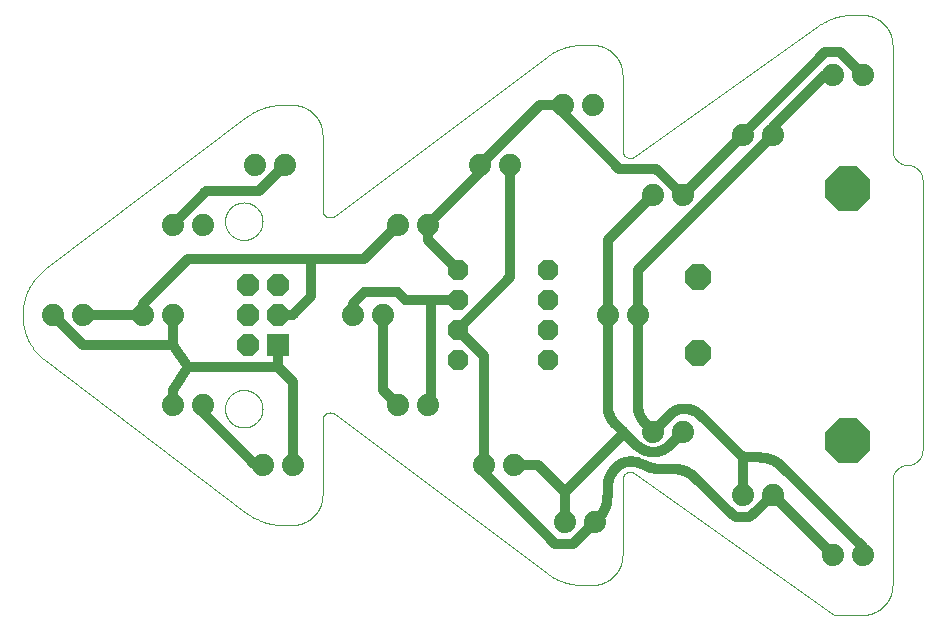
<source format=gtl>
G75*
%MOIN*%
%OFA0B0*%
%FSLAX25Y25*%
%IPPOS*%
%LPD*%
%AMOC8*
5,1,8,0,0,1.08239X$1,22.5*
%
%ADD10C,0.00000*%
%ADD11OC8,0.06800*%
%ADD12OC8,0.15000*%
%ADD13C,0.07400*%
%ADD14OC8,0.08600*%
%ADD15R,0.07400X0.07400*%
%ADD16OC8,0.07400*%
%ADD17C,0.03200*%
D10*
X0008432Y0085928D02*
X0075645Y0035053D01*
X0087716Y0031000D02*
X0091000Y0031000D01*
X0091242Y0031003D01*
X0091483Y0031012D01*
X0091724Y0031026D01*
X0091965Y0031047D01*
X0092205Y0031073D01*
X0092445Y0031105D01*
X0092684Y0031143D01*
X0092921Y0031186D01*
X0093158Y0031236D01*
X0093393Y0031291D01*
X0093627Y0031351D01*
X0093859Y0031418D01*
X0094090Y0031489D01*
X0094319Y0031567D01*
X0094546Y0031650D01*
X0094771Y0031738D01*
X0094994Y0031832D01*
X0095214Y0031931D01*
X0095432Y0032036D01*
X0095647Y0032145D01*
X0095860Y0032260D01*
X0096070Y0032380D01*
X0096276Y0032505D01*
X0096480Y0032635D01*
X0096681Y0032770D01*
X0096878Y0032910D01*
X0097072Y0033054D01*
X0097262Y0033203D01*
X0097448Y0033357D01*
X0097631Y0033515D01*
X0097810Y0033677D01*
X0097985Y0033844D01*
X0098156Y0034015D01*
X0098323Y0034190D01*
X0098485Y0034369D01*
X0098643Y0034552D01*
X0098797Y0034738D01*
X0098946Y0034928D01*
X0099090Y0035122D01*
X0099230Y0035319D01*
X0099365Y0035520D01*
X0099495Y0035724D01*
X0099620Y0035930D01*
X0099740Y0036140D01*
X0099855Y0036353D01*
X0099964Y0036568D01*
X0100069Y0036786D01*
X0100168Y0037006D01*
X0100262Y0037229D01*
X0100350Y0037454D01*
X0100433Y0037681D01*
X0100511Y0037910D01*
X0100582Y0038141D01*
X0100649Y0038373D01*
X0100709Y0038607D01*
X0100764Y0038842D01*
X0100814Y0039079D01*
X0100857Y0039316D01*
X0100895Y0039555D01*
X0100927Y0039795D01*
X0100953Y0040035D01*
X0100974Y0040276D01*
X0100988Y0040517D01*
X0100997Y0040758D01*
X0101000Y0041000D01*
X0101000Y0066000D01*
X0101002Y0066099D01*
X0101008Y0066197D01*
X0101018Y0066296D01*
X0101031Y0066394D01*
X0101049Y0066491D01*
X0101070Y0066588D01*
X0101095Y0066683D01*
X0101124Y0066778D01*
X0101157Y0066871D01*
X0101193Y0066963D01*
X0101233Y0067053D01*
X0101276Y0067142D01*
X0101323Y0067229D01*
X0101373Y0067314D01*
X0101427Y0067397D01*
X0101484Y0067478D01*
X0101544Y0067557D01*
X0101607Y0067633D01*
X0101673Y0067706D01*
X0101742Y0067777D01*
X0101813Y0067845D01*
X0101888Y0067911D01*
X0101965Y0067973D01*
X0102044Y0068032D01*
X0102125Y0068088D01*
X0102209Y0068141D01*
X0102294Y0068190D01*
X0102382Y0068236D01*
X0102471Y0068279D01*
X0102562Y0068317D01*
X0102654Y0068353D01*
X0102748Y0068384D01*
X0102843Y0068412D01*
X0102939Y0068436D01*
X0103036Y0068456D01*
X0103133Y0068473D01*
X0103231Y0068485D01*
X0103330Y0068494D01*
X0103428Y0068499D01*
X0103527Y0068500D01*
X0103626Y0068497D01*
X0103725Y0068490D01*
X0103823Y0068479D01*
X0103921Y0068464D01*
X0104018Y0068446D01*
X0104114Y0068423D01*
X0104209Y0068397D01*
X0104303Y0068367D01*
X0104396Y0068334D01*
X0104488Y0068297D01*
X0104578Y0068256D01*
X0104666Y0068211D01*
X0104753Y0068163D01*
X0104837Y0068112D01*
X0104920Y0068058D01*
X0105000Y0068000D01*
X0175667Y0015000D01*
X0187667Y0011000D02*
X0191000Y0011000D01*
X0191242Y0011003D01*
X0191483Y0011012D01*
X0191724Y0011026D01*
X0191965Y0011047D01*
X0192205Y0011073D01*
X0192445Y0011105D01*
X0192684Y0011143D01*
X0192921Y0011186D01*
X0193158Y0011236D01*
X0193393Y0011291D01*
X0193627Y0011351D01*
X0193859Y0011418D01*
X0194090Y0011489D01*
X0194319Y0011567D01*
X0194546Y0011650D01*
X0194771Y0011738D01*
X0194994Y0011832D01*
X0195214Y0011931D01*
X0195432Y0012036D01*
X0195647Y0012145D01*
X0195860Y0012260D01*
X0196070Y0012380D01*
X0196276Y0012505D01*
X0196480Y0012635D01*
X0196681Y0012770D01*
X0196878Y0012910D01*
X0197072Y0013054D01*
X0197262Y0013203D01*
X0197448Y0013357D01*
X0197631Y0013515D01*
X0197810Y0013677D01*
X0197985Y0013844D01*
X0198156Y0014015D01*
X0198323Y0014190D01*
X0198485Y0014369D01*
X0198643Y0014552D01*
X0198797Y0014738D01*
X0198946Y0014928D01*
X0199090Y0015122D01*
X0199230Y0015319D01*
X0199365Y0015520D01*
X0199495Y0015724D01*
X0199620Y0015930D01*
X0199740Y0016140D01*
X0199855Y0016353D01*
X0199964Y0016568D01*
X0200069Y0016786D01*
X0200168Y0017006D01*
X0200262Y0017229D01*
X0200350Y0017454D01*
X0200433Y0017681D01*
X0200511Y0017910D01*
X0200582Y0018141D01*
X0200649Y0018373D01*
X0200709Y0018607D01*
X0200764Y0018842D01*
X0200814Y0019079D01*
X0200857Y0019316D01*
X0200895Y0019555D01*
X0200927Y0019795D01*
X0200953Y0020035D01*
X0200974Y0020276D01*
X0200988Y0020517D01*
X0200997Y0020758D01*
X0201000Y0021000D01*
X0201000Y0046164D01*
X0201002Y0046262D01*
X0201008Y0046359D01*
X0201017Y0046456D01*
X0201030Y0046553D01*
X0201048Y0046649D01*
X0201068Y0046745D01*
X0201093Y0046839D01*
X0201121Y0046933D01*
X0201153Y0047025D01*
X0201188Y0047116D01*
X0201227Y0047205D01*
X0201270Y0047293D01*
X0201315Y0047380D01*
X0201365Y0047464D01*
X0201417Y0047546D01*
X0201473Y0047627D01*
X0201531Y0047705D01*
X0201593Y0047780D01*
X0201657Y0047854D01*
X0201725Y0047924D01*
X0201795Y0047992D01*
X0201868Y0048057D01*
X0201943Y0048120D01*
X0202020Y0048179D01*
X0202100Y0048235D01*
X0202182Y0048288D01*
X0202266Y0048338D01*
X0202352Y0048385D01*
X0202440Y0048428D01*
X0202529Y0048468D01*
X0202619Y0048504D01*
X0202711Y0048536D01*
X0202805Y0048565D01*
X0202899Y0048591D01*
X0202994Y0048612D01*
X0203090Y0048630D01*
X0203187Y0048644D01*
X0203284Y0048655D01*
X0203381Y0048661D01*
X0203479Y0048664D01*
X0203577Y0048663D01*
X0203674Y0048658D01*
X0203771Y0048649D01*
X0203868Y0048637D01*
X0203964Y0048620D01*
X0204060Y0048600D01*
X0204155Y0048577D01*
X0204248Y0048549D01*
X0204341Y0048518D01*
X0204432Y0048484D01*
X0204522Y0048445D01*
X0204611Y0048404D01*
X0204697Y0048359D01*
X0204782Y0048310D01*
X0204865Y0048259D01*
X0204946Y0048204D01*
X0271554Y0001000D01*
X0281000Y0001000D01*
X0281242Y0001003D01*
X0281483Y0001012D01*
X0281724Y0001026D01*
X0281965Y0001047D01*
X0282205Y0001073D01*
X0282445Y0001105D01*
X0282684Y0001143D01*
X0282921Y0001186D01*
X0283158Y0001236D01*
X0283393Y0001291D01*
X0283627Y0001351D01*
X0283859Y0001418D01*
X0284090Y0001489D01*
X0284319Y0001567D01*
X0284546Y0001650D01*
X0284771Y0001738D01*
X0284994Y0001832D01*
X0285214Y0001931D01*
X0285432Y0002036D01*
X0285647Y0002145D01*
X0285860Y0002260D01*
X0286070Y0002380D01*
X0286276Y0002505D01*
X0286480Y0002635D01*
X0286681Y0002770D01*
X0286878Y0002910D01*
X0287072Y0003054D01*
X0287262Y0003203D01*
X0287448Y0003357D01*
X0287631Y0003515D01*
X0287810Y0003677D01*
X0287985Y0003844D01*
X0288156Y0004015D01*
X0288323Y0004190D01*
X0288485Y0004369D01*
X0288643Y0004552D01*
X0288797Y0004738D01*
X0288946Y0004928D01*
X0289090Y0005122D01*
X0289230Y0005319D01*
X0289365Y0005520D01*
X0289495Y0005724D01*
X0289620Y0005930D01*
X0289740Y0006140D01*
X0289855Y0006353D01*
X0289964Y0006568D01*
X0290069Y0006786D01*
X0290168Y0007006D01*
X0290262Y0007229D01*
X0290350Y0007454D01*
X0290433Y0007681D01*
X0290511Y0007910D01*
X0290582Y0008141D01*
X0290649Y0008373D01*
X0290709Y0008607D01*
X0290764Y0008842D01*
X0290814Y0009079D01*
X0290857Y0009316D01*
X0290895Y0009555D01*
X0290927Y0009795D01*
X0290953Y0010035D01*
X0290974Y0010276D01*
X0290988Y0010517D01*
X0290997Y0010758D01*
X0291000Y0011000D01*
X0291000Y0046000D01*
X0291002Y0046140D01*
X0291008Y0046280D01*
X0291018Y0046420D01*
X0291031Y0046560D01*
X0291049Y0046699D01*
X0291071Y0046838D01*
X0291096Y0046975D01*
X0291125Y0047113D01*
X0291158Y0047249D01*
X0291195Y0047384D01*
X0291236Y0047518D01*
X0291281Y0047651D01*
X0291329Y0047783D01*
X0291381Y0047913D01*
X0291436Y0048042D01*
X0291495Y0048169D01*
X0291558Y0048295D01*
X0291624Y0048419D01*
X0291693Y0048540D01*
X0291766Y0048660D01*
X0291843Y0048778D01*
X0291922Y0048893D01*
X0292005Y0049007D01*
X0292091Y0049117D01*
X0292180Y0049226D01*
X0292272Y0049332D01*
X0292367Y0049435D01*
X0292464Y0049536D01*
X0292565Y0049633D01*
X0292668Y0049728D01*
X0292774Y0049820D01*
X0292883Y0049909D01*
X0292993Y0049995D01*
X0293107Y0050078D01*
X0293222Y0050157D01*
X0293340Y0050234D01*
X0293460Y0050307D01*
X0293581Y0050376D01*
X0293705Y0050442D01*
X0293831Y0050505D01*
X0293958Y0050564D01*
X0294087Y0050619D01*
X0294217Y0050671D01*
X0294349Y0050719D01*
X0294482Y0050764D01*
X0294616Y0050805D01*
X0294751Y0050842D01*
X0294887Y0050875D01*
X0295025Y0050904D01*
X0295162Y0050929D01*
X0295301Y0050951D01*
X0295440Y0050969D01*
X0295580Y0050982D01*
X0295720Y0050992D01*
X0295860Y0050998D01*
X0296000Y0051000D01*
X0296140Y0051002D01*
X0296280Y0051008D01*
X0296420Y0051018D01*
X0296560Y0051031D01*
X0296699Y0051049D01*
X0296838Y0051071D01*
X0296975Y0051096D01*
X0297113Y0051125D01*
X0297249Y0051158D01*
X0297384Y0051195D01*
X0297518Y0051236D01*
X0297651Y0051281D01*
X0297783Y0051329D01*
X0297913Y0051381D01*
X0298042Y0051436D01*
X0298169Y0051495D01*
X0298295Y0051558D01*
X0298419Y0051624D01*
X0298540Y0051693D01*
X0298660Y0051766D01*
X0298778Y0051843D01*
X0298893Y0051922D01*
X0299007Y0052005D01*
X0299117Y0052091D01*
X0299226Y0052180D01*
X0299332Y0052272D01*
X0299435Y0052367D01*
X0299536Y0052464D01*
X0299633Y0052565D01*
X0299728Y0052668D01*
X0299820Y0052774D01*
X0299909Y0052883D01*
X0299995Y0052993D01*
X0300078Y0053107D01*
X0300157Y0053222D01*
X0300234Y0053340D01*
X0300307Y0053460D01*
X0300376Y0053581D01*
X0300442Y0053705D01*
X0300505Y0053831D01*
X0300564Y0053958D01*
X0300619Y0054087D01*
X0300671Y0054217D01*
X0300719Y0054349D01*
X0300764Y0054482D01*
X0300805Y0054616D01*
X0300842Y0054751D01*
X0300875Y0054887D01*
X0300904Y0055025D01*
X0300929Y0055162D01*
X0300951Y0055301D01*
X0300969Y0055440D01*
X0300982Y0055580D01*
X0300992Y0055720D01*
X0300998Y0055860D01*
X0301000Y0056000D01*
X0301000Y0146000D01*
X0300998Y0146140D01*
X0300992Y0146280D01*
X0300982Y0146420D01*
X0300969Y0146560D01*
X0300951Y0146699D01*
X0300929Y0146838D01*
X0300904Y0146975D01*
X0300875Y0147113D01*
X0300842Y0147249D01*
X0300805Y0147384D01*
X0300764Y0147518D01*
X0300719Y0147651D01*
X0300671Y0147783D01*
X0300619Y0147913D01*
X0300564Y0148042D01*
X0300505Y0148169D01*
X0300442Y0148295D01*
X0300376Y0148419D01*
X0300307Y0148540D01*
X0300234Y0148660D01*
X0300157Y0148778D01*
X0300078Y0148893D01*
X0299995Y0149007D01*
X0299909Y0149117D01*
X0299820Y0149226D01*
X0299728Y0149332D01*
X0299633Y0149435D01*
X0299536Y0149536D01*
X0299435Y0149633D01*
X0299332Y0149728D01*
X0299226Y0149820D01*
X0299117Y0149909D01*
X0299007Y0149995D01*
X0298893Y0150078D01*
X0298778Y0150157D01*
X0298660Y0150234D01*
X0298540Y0150307D01*
X0298419Y0150376D01*
X0298295Y0150442D01*
X0298169Y0150505D01*
X0298042Y0150564D01*
X0297913Y0150619D01*
X0297783Y0150671D01*
X0297651Y0150719D01*
X0297518Y0150764D01*
X0297384Y0150805D01*
X0297249Y0150842D01*
X0297113Y0150875D01*
X0296975Y0150904D01*
X0296838Y0150929D01*
X0296699Y0150951D01*
X0296560Y0150969D01*
X0296420Y0150982D01*
X0296280Y0150992D01*
X0296140Y0150998D01*
X0296000Y0151000D01*
X0295860Y0151002D01*
X0295720Y0151008D01*
X0295580Y0151018D01*
X0295440Y0151031D01*
X0295301Y0151049D01*
X0295162Y0151071D01*
X0295025Y0151096D01*
X0294887Y0151125D01*
X0294751Y0151158D01*
X0294616Y0151195D01*
X0294482Y0151236D01*
X0294349Y0151281D01*
X0294217Y0151329D01*
X0294087Y0151381D01*
X0293958Y0151436D01*
X0293831Y0151495D01*
X0293705Y0151558D01*
X0293581Y0151624D01*
X0293460Y0151693D01*
X0293340Y0151766D01*
X0293222Y0151843D01*
X0293107Y0151922D01*
X0292993Y0152005D01*
X0292883Y0152091D01*
X0292774Y0152180D01*
X0292668Y0152272D01*
X0292565Y0152367D01*
X0292464Y0152464D01*
X0292367Y0152565D01*
X0292272Y0152668D01*
X0292180Y0152774D01*
X0292091Y0152883D01*
X0292005Y0152993D01*
X0291922Y0153107D01*
X0291843Y0153222D01*
X0291766Y0153340D01*
X0291693Y0153460D01*
X0291624Y0153581D01*
X0291558Y0153705D01*
X0291495Y0153831D01*
X0291436Y0153958D01*
X0291381Y0154087D01*
X0291329Y0154217D01*
X0291281Y0154349D01*
X0291236Y0154482D01*
X0291195Y0154616D01*
X0291158Y0154751D01*
X0291125Y0154887D01*
X0291096Y0155025D01*
X0291071Y0155162D01*
X0291049Y0155301D01*
X0291031Y0155440D01*
X0291018Y0155580D01*
X0291008Y0155720D01*
X0291002Y0155860D01*
X0291000Y0156000D01*
X0291000Y0191000D01*
X0290997Y0191242D01*
X0290988Y0191483D01*
X0290974Y0191724D01*
X0290953Y0191965D01*
X0290927Y0192205D01*
X0290895Y0192445D01*
X0290857Y0192684D01*
X0290814Y0192921D01*
X0290764Y0193158D01*
X0290709Y0193393D01*
X0290649Y0193627D01*
X0290582Y0193859D01*
X0290511Y0194090D01*
X0290433Y0194319D01*
X0290350Y0194546D01*
X0290262Y0194771D01*
X0290168Y0194994D01*
X0290069Y0195214D01*
X0289964Y0195432D01*
X0289855Y0195647D01*
X0289740Y0195860D01*
X0289620Y0196070D01*
X0289495Y0196276D01*
X0289365Y0196480D01*
X0289230Y0196681D01*
X0289090Y0196878D01*
X0288946Y0197072D01*
X0288797Y0197262D01*
X0288643Y0197448D01*
X0288485Y0197631D01*
X0288323Y0197810D01*
X0288156Y0197985D01*
X0287985Y0198156D01*
X0287810Y0198323D01*
X0287631Y0198485D01*
X0287448Y0198643D01*
X0287262Y0198797D01*
X0287072Y0198946D01*
X0286878Y0199090D01*
X0286681Y0199230D01*
X0286480Y0199365D01*
X0286276Y0199495D01*
X0286070Y0199620D01*
X0285860Y0199740D01*
X0285647Y0199855D01*
X0285432Y0199964D01*
X0285214Y0200069D01*
X0284994Y0200168D01*
X0284771Y0200262D01*
X0284546Y0200350D01*
X0284319Y0200433D01*
X0284090Y0200511D01*
X0283859Y0200582D01*
X0283627Y0200649D01*
X0283393Y0200709D01*
X0283158Y0200764D01*
X0282921Y0200814D01*
X0282684Y0200857D01*
X0282445Y0200895D01*
X0282205Y0200927D01*
X0281965Y0200953D01*
X0281724Y0200974D01*
X0281483Y0200988D01*
X0281242Y0200997D01*
X0281000Y0201000D01*
X0277598Y0201000D01*
X0266189Y0197357D02*
X0204949Y0153808D01*
X0204868Y0153753D01*
X0204785Y0153701D01*
X0204700Y0153652D01*
X0204614Y0153607D01*
X0204526Y0153565D01*
X0204436Y0153527D01*
X0204344Y0153492D01*
X0204252Y0153461D01*
X0204158Y0153433D01*
X0204063Y0153409D01*
X0203968Y0153389D01*
X0203871Y0153373D01*
X0203774Y0153360D01*
X0203677Y0153351D01*
X0203580Y0153346D01*
X0203482Y0153345D01*
X0203384Y0153348D01*
X0203287Y0153354D01*
X0203189Y0153364D01*
X0203093Y0153378D01*
X0202997Y0153396D01*
X0202901Y0153418D01*
X0202807Y0153443D01*
X0202714Y0153472D01*
X0202622Y0153504D01*
X0202531Y0153541D01*
X0202441Y0153580D01*
X0202354Y0153623D01*
X0202268Y0153670D01*
X0202184Y0153720D01*
X0202102Y0153773D01*
X0202022Y0153829D01*
X0201944Y0153888D01*
X0201869Y0153950D01*
X0201796Y0154016D01*
X0201726Y0154084D01*
X0201658Y0154154D01*
X0201594Y0154228D01*
X0201532Y0154303D01*
X0201473Y0154381D01*
X0201418Y0154462D01*
X0201365Y0154544D01*
X0201316Y0154629D01*
X0201270Y0154715D01*
X0201228Y0154803D01*
X0201189Y0154892D01*
X0201153Y0154984D01*
X0201121Y0155076D01*
X0201093Y0155169D01*
X0201068Y0155264D01*
X0201048Y0155359D01*
X0201030Y0155456D01*
X0201017Y0155552D01*
X0201008Y0155650D01*
X0201002Y0155747D01*
X0201000Y0155845D01*
X0201000Y0181000D01*
X0200997Y0181242D01*
X0200988Y0181483D01*
X0200974Y0181724D01*
X0200953Y0181965D01*
X0200927Y0182205D01*
X0200895Y0182445D01*
X0200857Y0182684D01*
X0200814Y0182921D01*
X0200764Y0183158D01*
X0200709Y0183393D01*
X0200649Y0183627D01*
X0200582Y0183859D01*
X0200511Y0184090D01*
X0200433Y0184319D01*
X0200350Y0184546D01*
X0200262Y0184771D01*
X0200168Y0184994D01*
X0200069Y0185214D01*
X0199964Y0185432D01*
X0199855Y0185647D01*
X0199740Y0185860D01*
X0199620Y0186070D01*
X0199495Y0186276D01*
X0199365Y0186480D01*
X0199230Y0186681D01*
X0199090Y0186878D01*
X0198946Y0187072D01*
X0198797Y0187262D01*
X0198643Y0187448D01*
X0198485Y0187631D01*
X0198323Y0187810D01*
X0198156Y0187985D01*
X0197985Y0188156D01*
X0197810Y0188323D01*
X0197631Y0188485D01*
X0197448Y0188643D01*
X0197262Y0188797D01*
X0197072Y0188946D01*
X0196878Y0189090D01*
X0196681Y0189230D01*
X0196480Y0189365D01*
X0196276Y0189495D01*
X0196070Y0189620D01*
X0195860Y0189740D01*
X0195647Y0189855D01*
X0195432Y0189964D01*
X0195214Y0190069D01*
X0194994Y0190168D01*
X0194771Y0190262D01*
X0194546Y0190350D01*
X0194319Y0190433D01*
X0194090Y0190511D01*
X0193859Y0190582D01*
X0193627Y0190649D01*
X0193393Y0190709D01*
X0193158Y0190764D01*
X0192921Y0190814D01*
X0192684Y0190857D01*
X0192445Y0190895D01*
X0192205Y0190927D01*
X0191965Y0190953D01*
X0191724Y0190974D01*
X0191483Y0190988D01*
X0191242Y0190997D01*
X0191000Y0191000D01*
X0187667Y0191000D01*
X0175667Y0187000D02*
X0105000Y0134000D01*
X0104920Y0133942D01*
X0104837Y0133888D01*
X0104753Y0133837D01*
X0104666Y0133789D01*
X0104578Y0133744D01*
X0104488Y0133703D01*
X0104396Y0133666D01*
X0104303Y0133633D01*
X0104209Y0133603D01*
X0104114Y0133577D01*
X0104018Y0133554D01*
X0103921Y0133536D01*
X0103823Y0133521D01*
X0103725Y0133510D01*
X0103626Y0133503D01*
X0103527Y0133500D01*
X0103428Y0133501D01*
X0103330Y0133506D01*
X0103231Y0133515D01*
X0103133Y0133527D01*
X0103036Y0133544D01*
X0102939Y0133564D01*
X0102843Y0133588D01*
X0102748Y0133616D01*
X0102654Y0133647D01*
X0102562Y0133683D01*
X0102471Y0133721D01*
X0102382Y0133764D01*
X0102294Y0133810D01*
X0102209Y0133859D01*
X0102125Y0133912D01*
X0102044Y0133968D01*
X0101965Y0134027D01*
X0101888Y0134089D01*
X0101813Y0134155D01*
X0101742Y0134223D01*
X0101673Y0134294D01*
X0101607Y0134367D01*
X0101544Y0134443D01*
X0101484Y0134522D01*
X0101427Y0134603D01*
X0101373Y0134686D01*
X0101323Y0134771D01*
X0101276Y0134858D01*
X0101233Y0134947D01*
X0101193Y0135037D01*
X0101157Y0135129D01*
X0101124Y0135222D01*
X0101095Y0135317D01*
X0101070Y0135412D01*
X0101049Y0135509D01*
X0101031Y0135606D01*
X0101018Y0135704D01*
X0101008Y0135803D01*
X0101002Y0135901D01*
X0101000Y0136000D01*
X0101000Y0161000D01*
X0100997Y0161242D01*
X0100988Y0161483D01*
X0100974Y0161724D01*
X0100953Y0161965D01*
X0100927Y0162205D01*
X0100895Y0162445D01*
X0100857Y0162684D01*
X0100814Y0162921D01*
X0100764Y0163158D01*
X0100709Y0163393D01*
X0100649Y0163627D01*
X0100582Y0163859D01*
X0100511Y0164090D01*
X0100433Y0164319D01*
X0100350Y0164546D01*
X0100262Y0164771D01*
X0100168Y0164994D01*
X0100069Y0165214D01*
X0099964Y0165432D01*
X0099855Y0165647D01*
X0099740Y0165860D01*
X0099620Y0166070D01*
X0099495Y0166276D01*
X0099365Y0166480D01*
X0099230Y0166681D01*
X0099090Y0166878D01*
X0098946Y0167072D01*
X0098797Y0167262D01*
X0098643Y0167448D01*
X0098485Y0167631D01*
X0098323Y0167810D01*
X0098156Y0167985D01*
X0097985Y0168156D01*
X0097810Y0168323D01*
X0097631Y0168485D01*
X0097448Y0168643D01*
X0097262Y0168797D01*
X0097072Y0168946D01*
X0096878Y0169090D01*
X0096681Y0169230D01*
X0096480Y0169365D01*
X0096276Y0169495D01*
X0096070Y0169620D01*
X0095860Y0169740D01*
X0095647Y0169855D01*
X0095432Y0169964D01*
X0095214Y0170069D01*
X0094994Y0170168D01*
X0094771Y0170262D01*
X0094546Y0170350D01*
X0094319Y0170433D01*
X0094090Y0170511D01*
X0093859Y0170582D01*
X0093627Y0170649D01*
X0093393Y0170709D01*
X0093158Y0170764D01*
X0092921Y0170814D01*
X0092684Y0170857D01*
X0092445Y0170895D01*
X0092205Y0170927D01*
X0091965Y0170953D01*
X0091724Y0170974D01*
X0091483Y0170988D01*
X0091242Y0170997D01*
X0091000Y0171000D01*
X0087694Y0171000D01*
X0075655Y0166970D02*
X0008836Y0116596D01*
X0001000Y0100875D02*
X0001006Y0100420D01*
X0001022Y0099965D01*
X0001050Y0099510D01*
X0001088Y0099057D01*
X0001138Y0098604D01*
X0001199Y0098153D01*
X0001270Y0097704D01*
X0001353Y0097256D01*
X0001446Y0096810D01*
X0001550Y0096367D01*
X0001665Y0095927D01*
X0001790Y0095489D01*
X0001927Y0095055D01*
X0002073Y0094624D01*
X0002230Y0094196D01*
X0002397Y0093773D01*
X0002575Y0093354D01*
X0002763Y0092939D01*
X0002960Y0092529D01*
X0003168Y0092124D01*
X0003386Y0091724D01*
X0003613Y0091329D01*
X0003849Y0090940D01*
X0004095Y0090557D01*
X0004350Y0090180D01*
X0004614Y0089810D01*
X0004888Y0089445D01*
X0005170Y0089088D01*
X0005460Y0088738D01*
X0005759Y0088394D01*
X0006066Y0088058D01*
X0006382Y0087730D01*
X0006705Y0087409D01*
X0007036Y0087097D01*
X0007374Y0086792D01*
X0007720Y0086496D01*
X0008072Y0086208D01*
X0008432Y0085929D01*
X0001000Y0100875D02*
X0001006Y0101354D01*
X0001023Y0101833D01*
X0001052Y0102311D01*
X0001093Y0102789D01*
X0001146Y0103265D01*
X0001210Y0103740D01*
X0001285Y0104213D01*
X0001372Y0104684D01*
X0001470Y0105153D01*
X0001580Y0105619D01*
X0001701Y0106083D01*
X0001834Y0106543D01*
X0001977Y0107001D01*
X0002132Y0107454D01*
X0002297Y0107904D01*
X0002474Y0108349D01*
X0002661Y0108790D01*
X0002859Y0109226D01*
X0003068Y0109658D01*
X0003287Y0110084D01*
X0003516Y0110505D01*
X0003755Y0110920D01*
X0004005Y0111329D01*
X0004264Y0111732D01*
X0004533Y0112128D01*
X0004812Y0112518D01*
X0005100Y0112901D01*
X0005397Y0113277D01*
X0005703Y0113645D01*
X0006018Y0114006D01*
X0006342Y0114359D01*
X0006675Y0114704D01*
X0007015Y0115041D01*
X0007364Y0115370D01*
X0007721Y0115689D01*
X0008085Y0116001D01*
X0008457Y0116303D01*
X0008836Y0116596D01*
X0068500Y0132250D02*
X0068502Y0132408D01*
X0068508Y0132565D01*
X0068518Y0132723D01*
X0068532Y0132880D01*
X0068550Y0133036D01*
X0068571Y0133193D01*
X0068597Y0133348D01*
X0068627Y0133503D01*
X0068660Y0133657D01*
X0068698Y0133810D01*
X0068739Y0133963D01*
X0068784Y0134114D01*
X0068833Y0134264D01*
X0068886Y0134412D01*
X0068942Y0134560D01*
X0069003Y0134705D01*
X0069066Y0134850D01*
X0069134Y0134992D01*
X0069205Y0135133D01*
X0069279Y0135272D01*
X0069357Y0135409D01*
X0069439Y0135544D01*
X0069523Y0135677D01*
X0069612Y0135808D01*
X0069703Y0135936D01*
X0069798Y0136063D01*
X0069895Y0136186D01*
X0069996Y0136308D01*
X0070100Y0136426D01*
X0070207Y0136542D01*
X0070317Y0136655D01*
X0070429Y0136766D01*
X0070545Y0136873D01*
X0070663Y0136978D01*
X0070783Y0137080D01*
X0070906Y0137178D01*
X0071032Y0137274D01*
X0071160Y0137366D01*
X0071290Y0137455D01*
X0071422Y0137541D01*
X0071557Y0137623D01*
X0071694Y0137702D01*
X0071832Y0137777D01*
X0071972Y0137849D01*
X0072115Y0137917D01*
X0072258Y0137982D01*
X0072404Y0138043D01*
X0072551Y0138100D01*
X0072699Y0138154D01*
X0072849Y0138204D01*
X0072999Y0138250D01*
X0073151Y0138292D01*
X0073304Y0138331D01*
X0073458Y0138365D01*
X0073613Y0138396D01*
X0073768Y0138422D01*
X0073924Y0138445D01*
X0074081Y0138464D01*
X0074238Y0138479D01*
X0074395Y0138490D01*
X0074553Y0138497D01*
X0074711Y0138500D01*
X0074868Y0138499D01*
X0075026Y0138494D01*
X0075183Y0138485D01*
X0075341Y0138472D01*
X0075497Y0138455D01*
X0075654Y0138434D01*
X0075809Y0138410D01*
X0075964Y0138381D01*
X0076119Y0138348D01*
X0076272Y0138312D01*
X0076425Y0138271D01*
X0076576Y0138227D01*
X0076726Y0138179D01*
X0076875Y0138128D01*
X0077023Y0138072D01*
X0077169Y0138013D01*
X0077314Y0137950D01*
X0077457Y0137883D01*
X0077598Y0137813D01*
X0077737Y0137740D01*
X0077875Y0137663D01*
X0078011Y0137582D01*
X0078144Y0137498D01*
X0078275Y0137411D01*
X0078404Y0137320D01*
X0078531Y0137226D01*
X0078656Y0137129D01*
X0078777Y0137029D01*
X0078897Y0136926D01*
X0079013Y0136820D01*
X0079127Y0136711D01*
X0079239Y0136599D01*
X0079347Y0136485D01*
X0079452Y0136367D01*
X0079555Y0136247D01*
X0079654Y0136125D01*
X0079750Y0136000D01*
X0079843Y0135872D01*
X0079933Y0135743D01*
X0080019Y0135611D01*
X0080103Y0135477D01*
X0080182Y0135341D01*
X0080259Y0135203D01*
X0080331Y0135063D01*
X0080400Y0134921D01*
X0080466Y0134778D01*
X0080528Y0134633D01*
X0080586Y0134486D01*
X0080641Y0134338D01*
X0080692Y0134189D01*
X0080739Y0134038D01*
X0080782Y0133887D01*
X0080821Y0133734D01*
X0080857Y0133580D01*
X0080888Y0133426D01*
X0080916Y0133271D01*
X0080940Y0133115D01*
X0080960Y0132958D01*
X0080976Y0132801D01*
X0080988Y0132644D01*
X0080996Y0132487D01*
X0081000Y0132329D01*
X0081000Y0132171D01*
X0080996Y0132013D01*
X0080988Y0131856D01*
X0080976Y0131699D01*
X0080960Y0131542D01*
X0080940Y0131385D01*
X0080916Y0131229D01*
X0080888Y0131074D01*
X0080857Y0130920D01*
X0080821Y0130766D01*
X0080782Y0130613D01*
X0080739Y0130462D01*
X0080692Y0130311D01*
X0080641Y0130162D01*
X0080586Y0130014D01*
X0080528Y0129867D01*
X0080466Y0129722D01*
X0080400Y0129579D01*
X0080331Y0129437D01*
X0080259Y0129297D01*
X0080182Y0129159D01*
X0080103Y0129023D01*
X0080019Y0128889D01*
X0079933Y0128757D01*
X0079843Y0128628D01*
X0079750Y0128500D01*
X0079654Y0128375D01*
X0079555Y0128253D01*
X0079452Y0128133D01*
X0079347Y0128015D01*
X0079239Y0127901D01*
X0079127Y0127789D01*
X0079013Y0127680D01*
X0078897Y0127574D01*
X0078777Y0127471D01*
X0078656Y0127371D01*
X0078531Y0127274D01*
X0078404Y0127180D01*
X0078275Y0127089D01*
X0078144Y0127002D01*
X0078011Y0126918D01*
X0077875Y0126837D01*
X0077737Y0126760D01*
X0077598Y0126687D01*
X0077457Y0126617D01*
X0077314Y0126550D01*
X0077169Y0126487D01*
X0077023Y0126428D01*
X0076875Y0126372D01*
X0076726Y0126321D01*
X0076576Y0126273D01*
X0076425Y0126229D01*
X0076272Y0126188D01*
X0076119Y0126152D01*
X0075964Y0126119D01*
X0075809Y0126090D01*
X0075654Y0126066D01*
X0075497Y0126045D01*
X0075341Y0126028D01*
X0075183Y0126015D01*
X0075026Y0126006D01*
X0074868Y0126001D01*
X0074711Y0126000D01*
X0074553Y0126003D01*
X0074395Y0126010D01*
X0074238Y0126021D01*
X0074081Y0126036D01*
X0073924Y0126055D01*
X0073768Y0126078D01*
X0073613Y0126104D01*
X0073458Y0126135D01*
X0073304Y0126169D01*
X0073151Y0126208D01*
X0072999Y0126250D01*
X0072849Y0126296D01*
X0072699Y0126346D01*
X0072551Y0126400D01*
X0072404Y0126457D01*
X0072258Y0126518D01*
X0072115Y0126583D01*
X0071972Y0126651D01*
X0071832Y0126723D01*
X0071694Y0126798D01*
X0071557Y0126877D01*
X0071422Y0126959D01*
X0071290Y0127045D01*
X0071160Y0127134D01*
X0071032Y0127226D01*
X0070906Y0127322D01*
X0070783Y0127420D01*
X0070663Y0127522D01*
X0070545Y0127627D01*
X0070429Y0127734D01*
X0070317Y0127845D01*
X0070207Y0127958D01*
X0070100Y0128074D01*
X0069996Y0128192D01*
X0069895Y0128314D01*
X0069798Y0128437D01*
X0069703Y0128564D01*
X0069612Y0128692D01*
X0069523Y0128823D01*
X0069439Y0128956D01*
X0069357Y0129091D01*
X0069279Y0129228D01*
X0069205Y0129367D01*
X0069134Y0129508D01*
X0069066Y0129650D01*
X0069003Y0129795D01*
X0068942Y0129940D01*
X0068886Y0130088D01*
X0068833Y0130236D01*
X0068784Y0130386D01*
X0068739Y0130537D01*
X0068698Y0130690D01*
X0068660Y0130843D01*
X0068627Y0130997D01*
X0068597Y0131152D01*
X0068571Y0131307D01*
X0068550Y0131464D01*
X0068532Y0131620D01*
X0068518Y0131777D01*
X0068508Y0131935D01*
X0068502Y0132092D01*
X0068500Y0132250D01*
X0075654Y0166970D02*
X0076040Y0167254D01*
X0076432Y0167528D01*
X0076830Y0167792D01*
X0077235Y0168047D01*
X0077646Y0168293D01*
X0078063Y0168528D01*
X0078485Y0168754D01*
X0078912Y0168969D01*
X0079345Y0169174D01*
X0079782Y0169368D01*
X0080223Y0169552D01*
X0080669Y0169726D01*
X0081119Y0169888D01*
X0081573Y0170040D01*
X0082030Y0170181D01*
X0082491Y0170311D01*
X0082954Y0170430D01*
X0083421Y0170538D01*
X0083889Y0170635D01*
X0084360Y0170720D01*
X0084833Y0170794D01*
X0085307Y0170857D01*
X0085783Y0170908D01*
X0086260Y0170949D01*
X0086737Y0170977D01*
X0087216Y0170994D01*
X0087694Y0171000D01*
X0175667Y0187000D02*
X0176052Y0187281D01*
X0176443Y0187554D01*
X0176841Y0187816D01*
X0177245Y0188070D01*
X0177654Y0188313D01*
X0178070Y0188547D01*
X0178491Y0188771D01*
X0178917Y0188984D01*
X0179348Y0189188D01*
X0179784Y0189381D01*
X0180224Y0189563D01*
X0180668Y0189735D01*
X0181117Y0189897D01*
X0181569Y0190048D01*
X0182025Y0190188D01*
X0182484Y0190317D01*
X0182945Y0190435D01*
X0183410Y0190542D01*
X0183877Y0190638D01*
X0184346Y0190722D01*
X0184817Y0190796D01*
X0185289Y0190858D01*
X0185763Y0190909D01*
X0186238Y0190949D01*
X0186714Y0190977D01*
X0187190Y0190994D01*
X0187667Y0191000D01*
X0266188Y0197357D02*
X0266573Y0197624D01*
X0266964Y0197881D01*
X0267361Y0198129D01*
X0267763Y0198368D01*
X0268172Y0198597D01*
X0268585Y0198816D01*
X0269004Y0199025D01*
X0269427Y0199225D01*
X0269856Y0199414D01*
X0270288Y0199593D01*
X0270725Y0199761D01*
X0271165Y0199919D01*
X0271609Y0200067D01*
X0272057Y0200204D01*
X0272508Y0200331D01*
X0272961Y0200446D01*
X0273417Y0200551D01*
X0273876Y0200645D01*
X0274337Y0200728D01*
X0274799Y0200800D01*
X0275263Y0200861D01*
X0275729Y0200911D01*
X0276195Y0200950D01*
X0276662Y0200978D01*
X0277130Y0200994D01*
X0277598Y0201000D01*
X0068500Y0069750D02*
X0068502Y0069908D01*
X0068508Y0070065D01*
X0068518Y0070223D01*
X0068532Y0070380D01*
X0068550Y0070536D01*
X0068571Y0070693D01*
X0068597Y0070848D01*
X0068627Y0071003D01*
X0068660Y0071157D01*
X0068698Y0071310D01*
X0068739Y0071463D01*
X0068784Y0071614D01*
X0068833Y0071764D01*
X0068886Y0071912D01*
X0068942Y0072060D01*
X0069003Y0072205D01*
X0069066Y0072350D01*
X0069134Y0072492D01*
X0069205Y0072633D01*
X0069279Y0072772D01*
X0069357Y0072909D01*
X0069439Y0073044D01*
X0069523Y0073177D01*
X0069612Y0073308D01*
X0069703Y0073436D01*
X0069798Y0073563D01*
X0069895Y0073686D01*
X0069996Y0073808D01*
X0070100Y0073926D01*
X0070207Y0074042D01*
X0070317Y0074155D01*
X0070429Y0074266D01*
X0070545Y0074373D01*
X0070663Y0074478D01*
X0070783Y0074580D01*
X0070906Y0074678D01*
X0071032Y0074774D01*
X0071160Y0074866D01*
X0071290Y0074955D01*
X0071422Y0075041D01*
X0071557Y0075123D01*
X0071694Y0075202D01*
X0071832Y0075277D01*
X0071972Y0075349D01*
X0072115Y0075417D01*
X0072258Y0075482D01*
X0072404Y0075543D01*
X0072551Y0075600D01*
X0072699Y0075654D01*
X0072849Y0075704D01*
X0072999Y0075750D01*
X0073151Y0075792D01*
X0073304Y0075831D01*
X0073458Y0075865D01*
X0073613Y0075896D01*
X0073768Y0075922D01*
X0073924Y0075945D01*
X0074081Y0075964D01*
X0074238Y0075979D01*
X0074395Y0075990D01*
X0074553Y0075997D01*
X0074711Y0076000D01*
X0074868Y0075999D01*
X0075026Y0075994D01*
X0075183Y0075985D01*
X0075341Y0075972D01*
X0075497Y0075955D01*
X0075654Y0075934D01*
X0075809Y0075910D01*
X0075964Y0075881D01*
X0076119Y0075848D01*
X0076272Y0075812D01*
X0076425Y0075771D01*
X0076576Y0075727D01*
X0076726Y0075679D01*
X0076875Y0075628D01*
X0077023Y0075572D01*
X0077169Y0075513D01*
X0077314Y0075450D01*
X0077457Y0075383D01*
X0077598Y0075313D01*
X0077737Y0075240D01*
X0077875Y0075163D01*
X0078011Y0075082D01*
X0078144Y0074998D01*
X0078275Y0074911D01*
X0078404Y0074820D01*
X0078531Y0074726D01*
X0078656Y0074629D01*
X0078777Y0074529D01*
X0078897Y0074426D01*
X0079013Y0074320D01*
X0079127Y0074211D01*
X0079239Y0074099D01*
X0079347Y0073985D01*
X0079452Y0073867D01*
X0079555Y0073747D01*
X0079654Y0073625D01*
X0079750Y0073500D01*
X0079843Y0073372D01*
X0079933Y0073243D01*
X0080019Y0073111D01*
X0080103Y0072977D01*
X0080182Y0072841D01*
X0080259Y0072703D01*
X0080331Y0072563D01*
X0080400Y0072421D01*
X0080466Y0072278D01*
X0080528Y0072133D01*
X0080586Y0071986D01*
X0080641Y0071838D01*
X0080692Y0071689D01*
X0080739Y0071538D01*
X0080782Y0071387D01*
X0080821Y0071234D01*
X0080857Y0071080D01*
X0080888Y0070926D01*
X0080916Y0070771D01*
X0080940Y0070615D01*
X0080960Y0070458D01*
X0080976Y0070301D01*
X0080988Y0070144D01*
X0080996Y0069987D01*
X0081000Y0069829D01*
X0081000Y0069671D01*
X0080996Y0069513D01*
X0080988Y0069356D01*
X0080976Y0069199D01*
X0080960Y0069042D01*
X0080940Y0068885D01*
X0080916Y0068729D01*
X0080888Y0068574D01*
X0080857Y0068420D01*
X0080821Y0068266D01*
X0080782Y0068113D01*
X0080739Y0067962D01*
X0080692Y0067811D01*
X0080641Y0067662D01*
X0080586Y0067514D01*
X0080528Y0067367D01*
X0080466Y0067222D01*
X0080400Y0067079D01*
X0080331Y0066937D01*
X0080259Y0066797D01*
X0080182Y0066659D01*
X0080103Y0066523D01*
X0080019Y0066389D01*
X0079933Y0066257D01*
X0079843Y0066128D01*
X0079750Y0066000D01*
X0079654Y0065875D01*
X0079555Y0065753D01*
X0079452Y0065633D01*
X0079347Y0065515D01*
X0079239Y0065401D01*
X0079127Y0065289D01*
X0079013Y0065180D01*
X0078897Y0065074D01*
X0078777Y0064971D01*
X0078656Y0064871D01*
X0078531Y0064774D01*
X0078404Y0064680D01*
X0078275Y0064589D01*
X0078144Y0064502D01*
X0078011Y0064418D01*
X0077875Y0064337D01*
X0077737Y0064260D01*
X0077598Y0064187D01*
X0077457Y0064117D01*
X0077314Y0064050D01*
X0077169Y0063987D01*
X0077023Y0063928D01*
X0076875Y0063872D01*
X0076726Y0063821D01*
X0076576Y0063773D01*
X0076425Y0063729D01*
X0076272Y0063688D01*
X0076119Y0063652D01*
X0075964Y0063619D01*
X0075809Y0063590D01*
X0075654Y0063566D01*
X0075497Y0063545D01*
X0075341Y0063528D01*
X0075183Y0063515D01*
X0075026Y0063506D01*
X0074868Y0063501D01*
X0074711Y0063500D01*
X0074553Y0063503D01*
X0074395Y0063510D01*
X0074238Y0063521D01*
X0074081Y0063536D01*
X0073924Y0063555D01*
X0073768Y0063578D01*
X0073613Y0063604D01*
X0073458Y0063635D01*
X0073304Y0063669D01*
X0073151Y0063708D01*
X0072999Y0063750D01*
X0072849Y0063796D01*
X0072699Y0063846D01*
X0072551Y0063900D01*
X0072404Y0063957D01*
X0072258Y0064018D01*
X0072115Y0064083D01*
X0071972Y0064151D01*
X0071832Y0064223D01*
X0071694Y0064298D01*
X0071557Y0064377D01*
X0071422Y0064459D01*
X0071290Y0064545D01*
X0071160Y0064634D01*
X0071032Y0064726D01*
X0070906Y0064822D01*
X0070783Y0064920D01*
X0070663Y0065022D01*
X0070545Y0065127D01*
X0070429Y0065234D01*
X0070317Y0065345D01*
X0070207Y0065458D01*
X0070100Y0065574D01*
X0069996Y0065692D01*
X0069895Y0065814D01*
X0069798Y0065937D01*
X0069703Y0066064D01*
X0069612Y0066192D01*
X0069523Y0066323D01*
X0069439Y0066456D01*
X0069357Y0066591D01*
X0069279Y0066728D01*
X0069205Y0066867D01*
X0069134Y0067008D01*
X0069066Y0067150D01*
X0069003Y0067295D01*
X0068942Y0067440D01*
X0068886Y0067588D01*
X0068833Y0067736D01*
X0068784Y0067886D01*
X0068739Y0068037D01*
X0068698Y0068190D01*
X0068660Y0068343D01*
X0068627Y0068497D01*
X0068597Y0068652D01*
X0068571Y0068807D01*
X0068550Y0068964D01*
X0068532Y0069120D01*
X0068518Y0069277D01*
X0068508Y0069435D01*
X0068502Y0069592D01*
X0068500Y0069750D01*
X0075645Y0035053D02*
X0076032Y0034768D01*
X0076424Y0034492D01*
X0076824Y0034226D01*
X0077229Y0033970D01*
X0077641Y0033723D01*
X0078058Y0033486D01*
X0078482Y0033260D01*
X0078910Y0033043D01*
X0079343Y0032837D01*
X0079781Y0032641D01*
X0080224Y0032456D01*
X0080671Y0032282D01*
X0081123Y0032118D01*
X0081578Y0031965D01*
X0082036Y0031824D01*
X0082498Y0031693D01*
X0082963Y0031573D01*
X0083430Y0031465D01*
X0083900Y0031367D01*
X0084372Y0031282D01*
X0084846Y0031207D01*
X0085322Y0031144D01*
X0085799Y0031092D01*
X0086277Y0031052D01*
X0086756Y0031023D01*
X0087236Y0031006D01*
X0087716Y0031000D01*
X0175667Y0015000D02*
X0176052Y0014719D01*
X0176443Y0014446D01*
X0176841Y0014184D01*
X0177245Y0013930D01*
X0177654Y0013687D01*
X0178070Y0013453D01*
X0178491Y0013229D01*
X0178917Y0013016D01*
X0179348Y0012812D01*
X0179784Y0012619D01*
X0180224Y0012437D01*
X0180668Y0012265D01*
X0181117Y0012103D01*
X0181569Y0011952D01*
X0182025Y0011812D01*
X0182484Y0011683D01*
X0182945Y0011565D01*
X0183410Y0011458D01*
X0183877Y0011362D01*
X0184346Y0011278D01*
X0184817Y0011204D01*
X0185289Y0011142D01*
X0185763Y0011091D01*
X0186238Y0011051D01*
X0186714Y0011023D01*
X0187190Y0011006D01*
X0187667Y0011000D01*
D11*
X0176000Y0086000D03*
X0176000Y0096000D03*
X0176000Y0106000D03*
X0176000Y0116000D03*
X0146000Y0116000D03*
X0146000Y0106000D03*
X0146000Y0096000D03*
X0146000Y0086000D03*
D12*
X0276000Y0059000D03*
X0276000Y0143000D03*
D13*
X0251000Y0161000D03*
X0241000Y0161000D03*
X0221000Y0141000D03*
X0211000Y0141000D03*
X0191000Y0171000D03*
X0181000Y0171000D03*
X0163500Y0151000D03*
X0153500Y0151000D03*
X0136000Y0131000D03*
X0126000Y0131000D03*
X0088500Y0151000D03*
X0078500Y0151000D03*
X0061000Y0131000D03*
X0051000Y0131000D03*
X0051000Y0101000D03*
X0041000Y0101000D03*
X0021000Y0101000D03*
X0011000Y0101000D03*
X0051000Y0071000D03*
X0061000Y0071000D03*
X0081000Y0051000D03*
X0091000Y0051000D03*
X0126000Y0071000D03*
X0136000Y0071000D03*
X0154750Y0051000D03*
X0164750Y0051000D03*
X0181915Y0032102D03*
X0191915Y0032102D03*
X0211315Y0062152D03*
X0221315Y0062152D03*
X0241000Y0041000D03*
X0251000Y0041000D03*
X0271000Y0021000D03*
X0281000Y0021000D03*
X0206000Y0101000D03*
X0196000Y0101000D03*
X0121000Y0101000D03*
X0111000Y0101000D03*
X0271000Y0181000D03*
X0281000Y0181000D03*
D14*
X0226000Y0113800D03*
X0226000Y0088200D03*
D15*
X0086000Y0091000D03*
D16*
X0076000Y0091000D03*
X0076000Y0101000D03*
X0086000Y0101000D03*
X0086000Y0111000D03*
X0076000Y0111000D03*
D17*
X0086000Y0101000D02*
X0091000Y0101000D01*
X0097250Y0107250D01*
X0097250Y0119750D01*
X0114750Y0119750D01*
X0126000Y0131000D01*
X0136000Y0131000D02*
X0136000Y0126000D01*
X0146000Y0116000D01*
X0146000Y0106000D02*
X0137250Y0106000D01*
X0137250Y0072250D01*
X0136000Y0071000D01*
X0126000Y0071000D02*
X0121000Y0076000D01*
X0121000Y0101000D01*
X0128500Y0106000D02*
X0126000Y0108500D01*
X0114750Y0108500D01*
X0111000Y0104750D01*
X0111000Y0101000D01*
X0128500Y0106000D02*
X0137250Y0106000D01*
X0146000Y0096000D02*
X0163500Y0113500D01*
X0163500Y0151000D01*
X0153500Y0151000D02*
X0153500Y0148500D01*
X0136000Y0131000D01*
X0153500Y0151000D02*
X0173500Y0171000D01*
X0181000Y0171000D01*
X0181000Y0168500D01*
X0199750Y0149750D01*
X0212250Y0149750D01*
X0221000Y0141000D01*
X0241000Y0161000D01*
X0268500Y0188500D01*
X0273500Y0188500D01*
X0281000Y0181000D01*
X0271000Y0181000D02*
X0268500Y0181000D01*
X0251000Y0163500D01*
X0251000Y0161000D01*
X0206000Y0116000D01*
X0206000Y0101000D01*
X0206000Y0071568D01*
X0196000Y0070911D02*
X0196003Y0070694D01*
X0196011Y0070477D01*
X0196024Y0070261D01*
X0196043Y0070045D01*
X0196066Y0069829D01*
X0196096Y0069614D01*
X0196130Y0069400D01*
X0196170Y0069187D01*
X0196215Y0068974D01*
X0196265Y0068763D01*
X0196320Y0068554D01*
X0196381Y0068345D01*
X0196446Y0068138D01*
X0196517Y0067933D01*
X0196592Y0067730D01*
X0196673Y0067528D01*
X0196758Y0067329D01*
X0196849Y0067132D01*
X0196944Y0066937D01*
X0197044Y0066744D01*
X0197148Y0066554D01*
X0197258Y0066367D01*
X0197371Y0066182D01*
X0197490Y0066000D01*
X0197612Y0065821D01*
X0197739Y0065646D01*
X0197871Y0065473D01*
X0198006Y0065304D01*
X0198146Y0065138D01*
X0198290Y0064975D01*
X0198437Y0064816D01*
X0198589Y0064661D01*
X0201000Y0062250D01*
X0201624Y0061695D01*
X0181915Y0041987D01*
X0172902Y0051000D01*
X0164750Y0051000D01*
X0154750Y0051000D02*
X0154750Y0048500D01*
X0178500Y0024750D01*
X0184563Y0024750D01*
X0191915Y0032102D01*
X0192818Y0033005D01*
X0196000Y0040686D02*
X0196000Y0043199D01*
X0198865Y0050115D02*
X0198988Y0050235D01*
X0199114Y0050352D01*
X0199242Y0050466D01*
X0199374Y0050576D01*
X0199508Y0050684D01*
X0199644Y0050788D01*
X0199783Y0050889D01*
X0199925Y0050986D01*
X0200068Y0051080D01*
X0200215Y0051171D01*
X0200363Y0051258D01*
X0200513Y0051341D01*
X0200665Y0051421D01*
X0200819Y0051496D01*
X0200975Y0051568D01*
X0201133Y0051637D01*
X0201292Y0051701D01*
X0201453Y0051762D01*
X0201615Y0051818D01*
X0201778Y0051871D01*
X0201943Y0051920D01*
X0202109Y0051964D01*
X0202276Y0052005D01*
X0202444Y0052042D01*
X0202612Y0052074D01*
X0202782Y0052103D01*
X0202952Y0052127D01*
X0203122Y0052147D01*
X0203293Y0052163D01*
X0203465Y0052175D01*
X0203636Y0052182D01*
X0203808Y0052186D01*
X0203980Y0052185D01*
X0204151Y0052180D01*
X0204323Y0052171D01*
X0204494Y0052158D01*
X0204665Y0052141D01*
X0204835Y0052119D01*
X0205005Y0052093D01*
X0205174Y0052064D01*
X0205343Y0052030D01*
X0205510Y0051992D01*
X0205677Y0051950D01*
X0205842Y0051904D01*
X0206007Y0051854D01*
X0206170Y0051800D01*
X0206331Y0051742D01*
X0206492Y0051680D01*
X0206650Y0051614D01*
X0209204Y0050520D01*
X0212954Y0049750D02*
X0217590Y0049750D01*
X0225545Y0046455D02*
X0237036Y0034964D01*
X0240571Y0033500D02*
X0241429Y0033500D01*
X0244964Y0034964D02*
X0251000Y0041000D01*
X0271000Y0021000D01*
X0281000Y0021000D02*
X0281000Y0023500D01*
X0253952Y0050548D01*
X0246826Y0053500D02*
X0241000Y0053500D01*
X0241000Y0041000D01*
X0237035Y0034964D02*
X0237136Y0034867D01*
X0237239Y0034772D01*
X0237345Y0034680D01*
X0237454Y0034591D01*
X0237564Y0034505D01*
X0237678Y0034422D01*
X0237793Y0034343D01*
X0237911Y0034266D01*
X0238031Y0034193D01*
X0238152Y0034124D01*
X0238276Y0034058D01*
X0238402Y0033995D01*
X0238529Y0033936D01*
X0238658Y0033881D01*
X0238788Y0033829D01*
X0238920Y0033781D01*
X0239053Y0033736D01*
X0239187Y0033695D01*
X0239322Y0033658D01*
X0239458Y0033625D01*
X0239596Y0033596D01*
X0239733Y0033571D01*
X0239872Y0033549D01*
X0240011Y0033531D01*
X0240151Y0033518D01*
X0240291Y0033508D01*
X0240431Y0033502D01*
X0240571Y0033500D01*
X0241429Y0033500D02*
X0241569Y0033502D01*
X0241709Y0033508D01*
X0241849Y0033518D01*
X0241989Y0033531D01*
X0242128Y0033549D01*
X0242267Y0033571D01*
X0242404Y0033596D01*
X0242542Y0033625D01*
X0242678Y0033658D01*
X0242813Y0033695D01*
X0242947Y0033736D01*
X0243080Y0033781D01*
X0243212Y0033829D01*
X0243342Y0033881D01*
X0243471Y0033936D01*
X0243598Y0033995D01*
X0243724Y0034058D01*
X0243848Y0034124D01*
X0243969Y0034193D01*
X0244089Y0034266D01*
X0244207Y0034343D01*
X0244322Y0034422D01*
X0244436Y0034505D01*
X0244546Y0034591D01*
X0244655Y0034680D01*
X0244761Y0034772D01*
X0244864Y0034867D01*
X0244965Y0034964D01*
X0253952Y0050548D02*
X0253775Y0050721D01*
X0253594Y0050889D01*
X0253409Y0051053D01*
X0253219Y0051212D01*
X0253026Y0051367D01*
X0252829Y0051517D01*
X0252629Y0051662D01*
X0252425Y0051802D01*
X0252218Y0051936D01*
X0252007Y0052066D01*
X0251793Y0052191D01*
X0251577Y0052310D01*
X0251357Y0052424D01*
X0251135Y0052532D01*
X0250910Y0052635D01*
X0250683Y0052733D01*
X0250453Y0052825D01*
X0250221Y0052911D01*
X0249987Y0052991D01*
X0249751Y0053066D01*
X0249514Y0053135D01*
X0249275Y0053198D01*
X0249034Y0053255D01*
X0248792Y0053306D01*
X0248549Y0053352D01*
X0248305Y0053391D01*
X0248060Y0053424D01*
X0247814Y0053451D01*
X0247567Y0053473D01*
X0247321Y0053488D01*
X0247073Y0053497D01*
X0246826Y0053500D01*
X0241000Y0053500D02*
X0226947Y0067553D01*
X0221643Y0069750D02*
X0221331Y0069750D01*
X0217204Y0068040D02*
X0211315Y0062152D01*
X0208900Y0064566D01*
X0205950Y0057482D02*
X0206086Y0057354D01*
X0206226Y0057230D01*
X0206368Y0057108D01*
X0206513Y0056991D01*
X0206661Y0056876D01*
X0206812Y0056766D01*
X0206965Y0056659D01*
X0207121Y0056556D01*
X0207279Y0056456D01*
X0207440Y0056361D01*
X0207603Y0056269D01*
X0207768Y0056182D01*
X0207935Y0056098D01*
X0208104Y0056019D01*
X0208275Y0055943D01*
X0208448Y0055872D01*
X0208622Y0055805D01*
X0208798Y0055742D01*
X0208976Y0055684D01*
X0209155Y0055630D01*
X0209335Y0055580D01*
X0209516Y0055535D01*
X0209699Y0055494D01*
X0209882Y0055457D01*
X0210066Y0055425D01*
X0210251Y0055397D01*
X0210436Y0055374D01*
X0210622Y0055356D01*
X0210809Y0055341D01*
X0210995Y0055332D01*
X0211182Y0055327D01*
X0211369Y0055326D01*
X0211556Y0055330D01*
X0211743Y0055339D01*
X0211929Y0055352D01*
X0212115Y0055370D01*
X0212301Y0055392D01*
X0212486Y0055418D01*
X0212670Y0055449D01*
X0212854Y0055485D01*
X0213036Y0055525D01*
X0213218Y0055569D01*
X0213398Y0055618D01*
X0213577Y0055671D01*
X0213755Y0055729D01*
X0213932Y0055790D01*
X0214106Y0055856D01*
X0214280Y0055927D01*
X0214451Y0056001D01*
X0214621Y0056080D01*
X0214788Y0056162D01*
X0214954Y0056249D01*
X0215117Y0056339D01*
X0215279Y0056434D01*
X0215437Y0056533D01*
X0215594Y0056635D01*
X0215748Y0056741D01*
X0215899Y0056851D01*
X0216047Y0056964D01*
X0216193Y0057081D01*
X0216336Y0057202D01*
X0216476Y0057326D01*
X0216613Y0057453D01*
X0216747Y0057583D01*
X0221315Y0062152D01*
X0221643Y0069750D02*
X0221821Y0069748D01*
X0222000Y0069742D01*
X0222178Y0069731D01*
X0222356Y0069716D01*
X0222533Y0069697D01*
X0222710Y0069674D01*
X0222887Y0069646D01*
X0223062Y0069614D01*
X0223237Y0069579D01*
X0223411Y0069539D01*
X0223584Y0069494D01*
X0223756Y0069446D01*
X0223927Y0069394D01*
X0224096Y0069338D01*
X0224264Y0069277D01*
X0224430Y0069213D01*
X0224595Y0069144D01*
X0224759Y0069072D01*
X0224920Y0068996D01*
X0225080Y0068916D01*
X0225237Y0068833D01*
X0225393Y0068745D01*
X0225547Y0068654D01*
X0225698Y0068559D01*
X0225847Y0068461D01*
X0225993Y0068359D01*
X0226138Y0068254D01*
X0226279Y0068145D01*
X0226418Y0068033D01*
X0226554Y0067918D01*
X0226688Y0067800D01*
X0226819Y0067678D01*
X0226946Y0067553D01*
X0221331Y0069750D02*
X0221183Y0069748D01*
X0221035Y0069743D01*
X0220888Y0069733D01*
X0220740Y0069720D01*
X0220594Y0069703D01*
X0220447Y0069683D01*
X0220301Y0069658D01*
X0220156Y0069631D01*
X0220012Y0069599D01*
X0219868Y0069564D01*
X0219725Y0069525D01*
X0219584Y0069482D01*
X0219443Y0069436D01*
X0219304Y0069387D01*
X0219166Y0069334D01*
X0219029Y0069277D01*
X0218894Y0069217D01*
X0218760Y0069153D01*
X0218628Y0069087D01*
X0218498Y0069017D01*
X0218370Y0068943D01*
X0218243Y0068867D01*
X0218119Y0068787D01*
X0217997Y0068704D01*
X0217876Y0068618D01*
X0217758Y0068529D01*
X0217642Y0068437D01*
X0217529Y0068342D01*
X0217418Y0068244D01*
X0217309Y0068144D01*
X0217204Y0068040D01*
X0208901Y0064566D02*
X0208731Y0064739D01*
X0208565Y0064918D01*
X0208404Y0065100D01*
X0208248Y0065286D01*
X0208096Y0065475D01*
X0207949Y0065669D01*
X0207806Y0065866D01*
X0207669Y0066066D01*
X0207536Y0066270D01*
X0207409Y0066477D01*
X0207287Y0066687D01*
X0207169Y0066900D01*
X0207057Y0067116D01*
X0206951Y0067334D01*
X0206850Y0067555D01*
X0206754Y0067778D01*
X0206664Y0068004D01*
X0206579Y0068232D01*
X0206500Y0068462D01*
X0206426Y0068693D01*
X0206359Y0068927D01*
X0206297Y0069162D01*
X0206241Y0069398D01*
X0206190Y0069636D01*
X0206146Y0069875D01*
X0206107Y0070115D01*
X0206074Y0070356D01*
X0206048Y0070597D01*
X0206027Y0070839D01*
X0206012Y0071082D01*
X0206003Y0071325D01*
X0206000Y0071568D01*
X0196000Y0070911D02*
X0196000Y0101000D01*
X0196000Y0126000D01*
X0211000Y0141000D01*
X0154750Y0087250D02*
X0146000Y0096000D01*
X0154750Y0087250D02*
X0154750Y0051000D01*
X0181915Y0041987D02*
X0181915Y0032102D01*
X0192818Y0033005D02*
X0193005Y0033196D01*
X0193186Y0033391D01*
X0193363Y0033591D01*
X0193534Y0033795D01*
X0193701Y0034003D01*
X0193862Y0034215D01*
X0194018Y0034431D01*
X0194169Y0034651D01*
X0194315Y0034874D01*
X0194455Y0035101D01*
X0194589Y0035332D01*
X0194717Y0035565D01*
X0194840Y0035802D01*
X0194957Y0036041D01*
X0195068Y0036284D01*
X0195173Y0036529D01*
X0195272Y0036776D01*
X0195365Y0037026D01*
X0195452Y0037278D01*
X0195532Y0037533D01*
X0195606Y0037789D01*
X0195674Y0038047D01*
X0195736Y0038306D01*
X0195791Y0038567D01*
X0195840Y0038829D01*
X0195882Y0039092D01*
X0195918Y0039356D01*
X0195948Y0039621D01*
X0195971Y0039887D01*
X0195987Y0040153D01*
X0195997Y0040419D01*
X0196000Y0040686D01*
X0196000Y0043198D02*
X0196003Y0043431D01*
X0196011Y0043663D01*
X0196025Y0043896D01*
X0196044Y0044128D01*
X0196069Y0044359D01*
X0196100Y0044590D01*
X0196135Y0044820D01*
X0196177Y0045049D01*
X0196224Y0045277D01*
X0196276Y0045504D01*
X0196333Y0045730D01*
X0196396Y0045954D01*
X0196464Y0046176D01*
X0196538Y0046397D01*
X0196617Y0046616D01*
X0196701Y0046833D01*
X0196790Y0047048D01*
X0196884Y0047261D01*
X0196983Y0047472D01*
X0197087Y0047680D01*
X0197196Y0047886D01*
X0197310Y0048089D01*
X0197429Y0048289D01*
X0197553Y0048486D01*
X0197681Y0048680D01*
X0197814Y0048872D01*
X0197951Y0049060D01*
X0198093Y0049244D01*
X0198239Y0049425D01*
X0198389Y0049603D01*
X0198544Y0049777D01*
X0198702Y0049948D01*
X0198865Y0050114D01*
X0205950Y0057482D02*
X0201624Y0061695D01*
X0209204Y0050520D02*
X0209413Y0050433D01*
X0209625Y0050351D01*
X0209838Y0050274D01*
X0210053Y0050203D01*
X0210270Y0050136D01*
X0210488Y0050075D01*
X0210708Y0050019D01*
X0210929Y0049968D01*
X0211151Y0049922D01*
X0211374Y0049882D01*
X0211598Y0049847D01*
X0211823Y0049817D01*
X0212048Y0049793D01*
X0212274Y0049774D01*
X0212501Y0049761D01*
X0212727Y0049753D01*
X0212954Y0049750D01*
X0217590Y0049750D02*
X0217858Y0049747D01*
X0218125Y0049737D01*
X0218393Y0049721D01*
X0218659Y0049699D01*
X0218926Y0049670D01*
X0219191Y0049635D01*
X0219456Y0049594D01*
X0219719Y0049547D01*
X0219981Y0049493D01*
X0220242Y0049433D01*
X0220502Y0049367D01*
X0220759Y0049294D01*
X0221015Y0049216D01*
X0221270Y0049131D01*
X0221521Y0049041D01*
X0221771Y0048944D01*
X0222019Y0048842D01*
X0222263Y0048733D01*
X0222506Y0048619D01*
X0222745Y0048499D01*
X0222982Y0048374D01*
X0223215Y0048243D01*
X0223445Y0048106D01*
X0223672Y0047964D01*
X0223896Y0047817D01*
X0224116Y0047664D01*
X0224332Y0047506D01*
X0224544Y0047343D01*
X0224753Y0047175D01*
X0224957Y0047002D01*
X0225157Y0046824D01*
X0225353Y0046642D01*
X0225545Y0046455D01*
X0097250Y0119750D02*
X0056000Y0119750D01*
X0041000Y0104750D01*
X0041000Y0101000D01*
X0021000Y0101000D01*
X0011000Y0101000D02*
X0021000Y0091000D01*
X0051000Y0091000D01*
X0051000Y0101000D01*
X0051000Y0091000D02*
X0056000Y0083500D01*
X0051000Y0076000D01*
X0051000Y0071000D01*
X0061000Y0071000D02*
X0061000Y0068500D01*
X0078500Y0051000D01*
X0081000Y0051000D01*
X0091000Y0051000D02*
X0091000Y0078500D01*
X0086000Y0083500D01*
X0086000Y0091000D01*
X0086000Y0083500D02*
X0056000Y0083500D01*
X0051000Y0131000D02*
X0062250Y0142250D01*
X0079750Y0142250D01*
X0088500Y0151000D01*
M02*

</source>
